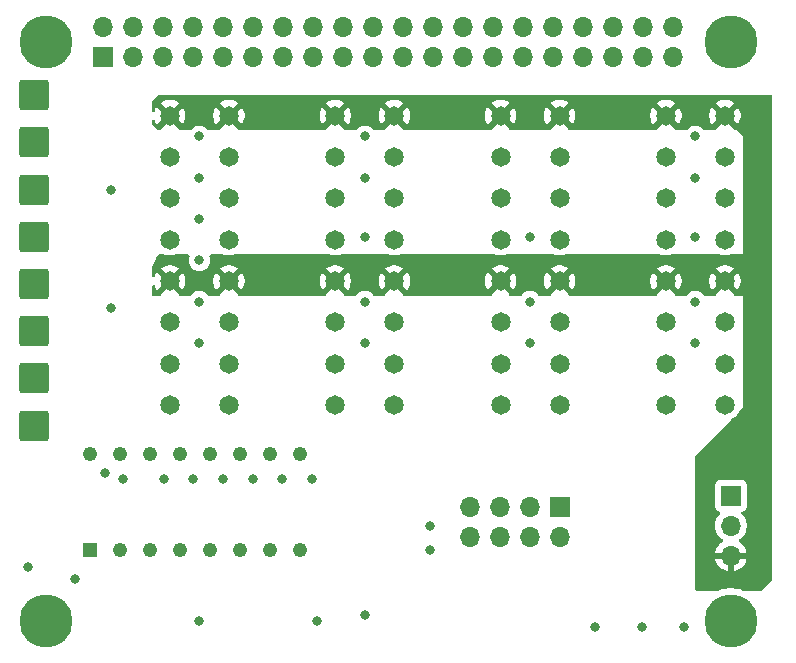
<source format=gbr>
%TF.GenerationSoftware,KiCad,Pcbnew,9.0.2*%
%TF.CreationDate,2025-05-28T22:42:43-04:00*%
%TF.ProjectId,DAQHat Rev A,44415148-6174-4205-9265-7620412e6b69,rev?*%
%TF.SameCoordinates,Original*%
%TF.FileFunction,Copper,L2,Inr*%
%TF.FilePolarity,Positive*%
%FSLAX46Y46*%
G04 Gerber Fmt 4.6, Leading zero omitted, Abs format (unit mm)*
G04 Created by KiCad (PCBNEW 9.0.2) date 2025-05-28 22:42:43*
%MOMM*%
%LPD*%
G01*
G04 APERTURE LIST*
G04 Aperture macros list*
%AMRoundRect*
0 Rectangle with rounded corners*
0 $1 Rounding radius*
0 $2 $3 $4 $5 $6 $7 $8 $9 X,Y pos of 4 corners*
0 Add a 4 corners polygon primitive as box body*
4,1,4,$2,$3,$4,$5,$6,$7,$8,$9,$2,$3,0*
0 Add four circle primitives for the rounded corners*
1,1,$1+$1,$2,$3*
1,1,$1+$1,$4,$5*
1,1,$1+$1,$6,$7*
1,1,$1+$1,$8,$9*
0 Add four rect primitives between the rounded corners*
20,1,$1+$1,$2,$3,$4,$5,0*
20,1,$1+$1,$4,$5,$6,$7,0*
20,1,$1+$1,$6,$7,$8,$9,0*
20,1,$1+$1,$8,$9,$2,$3,0*%
G04 Aperture macros list end*
%TA.AperFunction,ComponentPad*%
%ADD10R,1.700000X1.700000*%
%TD*%
%TA.AperFunction,ComponentPad*%
%ADD11O,1.700000X1.700000*%
%TD*%
%TA.AperFunction,ComponentPad*%
%ADD12C,1.650000*%
%TD*%
%TA.AperFunction,ComponentPad*%
%ADD13RoundRect,0.249999X-1.025001X-1.025001X1.025001X-1.025001X1.025001X1.025001X-1.025001X1.025001X0*%
%TD*%
%TA.AperFunction,ComponentPad*%
%ADD14C,4.500000*%
%TD*%
%TA.AperFunction,ComponentPad*%
%ADD15R,1.220000X1.220000*%
%TD*%
%TA.AperFunction,ComponentPad*%
%ADD16C,1.220000*%
%TD*%
%TA.AperFunction,ViaPad*%
%ADD17C,0.800000*%
%TD*%
G04 APERTURE END LIST*
D10*
%TO.N,GND*%
%TO.C,J4*%
X164000000Y-112800000D03*
D11*
%TO.N,/SCL*%
X164000000Y-115340000D03*
%TO.N,+5V*%
X161460000Y-112800000D03*
%TO.N,/SDA*%
X161460000Y-115340000D03*
%TO.N,+5V*%
X158920000Y-112800000D03*
%TO.N,/3V3*%
X158920000Y-115340000D03*
%TO.N,GND*%
X156380000Y-112800000D03*
X156380000Y-115340000D03*
%TD*%
D12*
%TO.N,+12V*%
%TO.C,J12*%
X150000000Y-79700000D03*
X145000000Y-79700000D03*
%TO.N,/CH2_Vin*%
X150000000Y-83200000D03*
X145000000Y-83200000D03*
%TO.N,/CH2*%
X150000000Y-86700000D03*
X145000000Y-86700000D03*
%TO.N,GND*%
X150000000Y-90200000D03*
X145000000Y-90200000D03*
%TO.N,+12V*%
X150000000Y-93700000D03*
X145000000Y-93700000D03*
%TO.N,/CH3_Vin*%
X150000000Y-97200000D03*
X145000000Y-97200000D03*
%TO.N,/CH3*%
X150000000Y-100700000D03*
X145000000Y-100700000D03*
%TO.N,GND*%
X150000000Y-104200000D03*
X145000000Y-104200000D03*
%TD*%
D13*
%TO.N,/CH6*%
%TO.C,J10*%
X119500000Y-101950000D03*
%TD*%
D12*
%TO.N,+12V*%
%TO.C,J13*%
X164000000Y-79700000D03*
X159000000Y-79700000D03*
%TO.N,/CH4_Vin*%
X164000000Y-83200000D03*
X159000000Y-83200000D03*
%TO.N,/CH4*%
X164000000Y-86700000D03*
X159000000Y-86700000D03*
%TO.N,GND*%
X164000000Y-90200000D03*
X159000000Y-90200000D03*
%TO.N,+12V*%
X164000000Y-93700000D03*
X159000000Y-93700000D03*
%TO.N,/CH5_Vin*%
X164000000Y-97200000D03*
X159000000Y-97200000D03*
%TO.N,/CH5*%
X164000000Y-100700000D03*
X159000000Y-100700000D03*
%TO.N,GND*%
X164000000Y-104200000D03*
X159000000Y-104200000D03*
%TD*%
D13*
%TO.N,/CH7*%
%TO.C,J15*%
X119500000Y-105950000D03*
%TD*%
%TO.N,/CH0*%
%TO.C,J3*%
X119500000Y-77950000D03*
%TD*%
%TO.N,/CH1*%
%TO.C,J5*%
X119500000Y-81950000D03*
%TD*%
%TO.N,/CH5*%
%TO.C,J9*%
X119500000Y-97950000D03*
%TD*%
D14*
%TO.N,N/C*%
%TO.C,H1*%
X178500000Y-73450000D03*
%TD*%
%TO.N,N/C*%
%TO.C,H4*%
X120500000Y-73450000D03*
%TD*%
%TO.N,N/C*%
%TO.C,H3*%
X120500000Y-122450000D03*
%TD*%
D12*
%TO.N,+12V*%
%TO.C,J11*%
X136000000Y-79700000D03*
X131000000Y-79700000D03*
%TO.N,/CH0_Vin*%
X136000000Y-83200000D03*
X131000000Y-83200000D03*
%TO.N,/CH0*%
X136000000Y-86700000D03*
X131000000Y-86700000D03*
%TO.N,GND*%
X136000000Y-90200000D03*
X131000000Y-90200000D03*
%TO.N,+12V*%
X136000000Y-93700000D03*
X131000000Y-93700000D03*
%TO.N,/CH1_Vin*%
X136000000Y-97200000D03*
X131000000Y-97200000D03*
%TO.N,/CH1*%
X136000000Y-100700000D03*
X131000000Y-100700000D03*
%TO.N,GND*%
X136000000Y-104200000D03*
X131000000Y-104200000D03*
%TD*%
D13*
%TO.N,/CH3*%
%TO.C,J7*%
X119500000Y-89950000D03*
%TD*%
D15*
%TO.N,Net-(R1-Pad1)*%
%TO.C,S1*%
X124260000Y-116450000D03*
D16*
%TO.N,/CH0*%
X124260000Y-108350000D03*
%TO.N,Net-(R2-Pad1)*%
X126800000Y-116450000D03*
%TO.N,/CH1*%
X126800000Y-108350000D03*
%TO.N,Net-(R3-Pad1)*%
X129340000Y-116450000D03*
%TO.N,/CH2*%
X129340000Y-108350000D03*
%TO.N,Net-(R4-Pad1)*%
X131880000Y-116450000D03*
%TO.N,/CH3*%
X131880000Y-108350000D03*
%TO.N,Net-(R5-Pad1)*%
X134420000Y-116450000D03*
%TO.N,/CH4*%
X134420000Y-108350000D03*
%TO.N,Net-(R6-Pad1)*%
X136960000Y-116450000D03*
%TO.N,/CH5*%
X136960000Y-108350000D03*
%TO.N,Net-(R9-Pad1)*%
X139500000Y-116450000D03*
%TO.N,/CH6*%
X139500000Y-108350000D03*
%TO.N,Net-(R16-Pad1)*%
X142040000Y-116450000D03*
%TO.N,/CH7*%
X142040000Y-108350000D03*
%TD*%
D13*
%TO.N,/CH4*%
%TO.C,J8*%
X119500000Y-93950000D03*
%TD*%
%TO.N,/CH2*%
%TO.C,J6*%
X119500000Y-85950000D03*
%TD*%
D12*
%TO.N,+12V*%
%TO.C,J14*%
X178000000Y-79700000D03*
X173000000Y-79700000D03*
%TO.N,/CH6_Vin*%
X178000000Y-83200000D03*
X173000000Y-83200000D03*
%TO.N,/CH6*%
X178000000Y-86700000D03*
X173000000Y-86700000D03*
%TO.N,GND*%
X178000000Y-90200000D03*
X173000000Y-90200000D03*
%TO.N,+12V*%
X178000000Y-93700000D03*
X173000000Y-93700000D03*
%TO.N,/CH7_Vin*%
X178000000Y-97200000D03*
X173000000Y-97200000D03*
%TO.N,/CH7*%
X178000000Y-100700000D03*
X173000000Y-100700000D03*
%TO.N,GND*%
X178000000Y-104200000D03*
X173000000Y-104200000D03*
%TD*%
D10*
%TO.N,+5V*%
%TO.C,J1*%
X178500000Y-111870000D03*
D11*
%TO.N,GND*%
X178500000Y-114410000D03*
%TO.N,+12V*%
X178500000Y-116950000D03*
%TD*%
D14*
%TO.N,N/C*%
%TO.C,H2*%
X178500000Y-122450000D03*
%TD*%
D10*
%TO.N,+3V3*%
%TO.C,J2*%
X125370000Y-74720000D03*
D11*
%TO.N,+5V*%
X125370000Y-72180000D03*
%TO.N,unconnected-(J2-Pin_3-Pad3)*%
X127910000Y-74720000D03*
%TO.N,+5V*%
X127910000Y-72180000D03*
%TO.N,unconnected-(J2-Pin_5-Pad5)*%
X130450000Y-74720000D03*
%TO.N,GND*%
X130450000Y-72180000D03*
%TO.N,unconnected-(J2-Pin_7-Pad7)*%
X132990000Y-74720000D03*
%TO.N,unconnected-(J2-Pin_8-Pad8)*%
X132990000Y-72180000D03*
%TO.N,GND*%
X135530000Y-74720000D03*
%TO.N,unconnected-(J2-Pin_10-Pad10)*%
X135530000Y-72180000D03*
%TO.N,unconnected-(J2-Pin_11-Pad11)*%
X138070000Y-74720000D03*
%TO.N,unconnected-(J2-Pin_12-Pad12)*%
X138070000Y-72180000D03*
%TO.N,unconnected-(J2-Pin_13-Pad13)*%
X140610000Y-74720000D03*
%TO.N,GND*%
X140610000Y-72180000D03*
%TO.N,unconnected-(J2-Pin_15-Pad15)*%
X143150000Y-74720000D03*
%TO.N,unconnected-(J2-Pin_16-Pad16)*%
X143150000Y-72180000D03*
%TO.N,unconnected-(J2-Pin_17-Pad17)*%
X145690000Y-74720000D03*
%TO.N,unconnected-(J2-Pin_18-Pad18)*%
X145690000Y-72180000D03*
%TO.N,unconnected-(J2-Pin_19-Pad19)*%
X148230000Y-74720000D03*
%TO.N,GND*%
X148230000Y-72180000D03*
%TO.N,unconnected-(J2-Pin_21-Pad21)*%
X150770000Y-74720000D03*
%TO.N,unconnected-(J2-Pin_22-Pad22)*%
X150770000Y-72180000D03*
%TO.N,unconnected-(J2-Pin_23-Pad23)*%
X153310000Y-74720000D03*
%TO.N,unconnected-(J2-Pin_24-Pad24)*%
X153310000Y-72180000D03*
%TO.N,GND*%
X155850000Y-74720000D03*
%TO.N,unconnected-(J2-Pin_26-Pad26)*%
X155850000Y-72180000D03*
%TO.N,unconnected-(J2-Pin_27-Pad27)*%
X158390000Y-74720000D03*
%TO.N,unconnected-(J2-Pin_28-Pad28)*%
X158390000Y-72180000D03*
%TO.N,unconnected-(J2-Pin_29-Pad29)*%
X160930000Y-74720000D03*
%TO.N,GND*%
X160930000Y-72180000D03*
%TO.N,unconnected-(J2-Pin_31-Pad31)*%
X163470000Y-74720000D03*
%TO.N,unconnected-(J2-Pin_32-Pad32)*%
X163470000Y-72180000D03*
%TO.N,unconnected-(J2-Pin_33-Pad33)*%
X166010000Y-74720000D03*
%TO.N,GND*%
X166010000Y-72180000D03*
%TO.N,unconnected-(J2-Pin_35-Pad35)*%
X168550000Y-74720000D03*
%TO.N,unconnected-(J2-Pin_36-Pad36)*%
X168550000Y-72180000D03*
%TO.N,unconnected-(J2-Pin_37-Pad37)*%
X171090000Y-74720000D03*
%TO.N,unconnected-(J2-Pin_38-Pad38)*%
X171090000Y-72180000D03*
%TO.N,GND*%
X173630000Y-74720000D03*
%TO.N,unconnected-(J2-Pin_40-Pad40)*%
X173630000Y-72180000D03*
%TD*%
D17*
%TO.N,GND*%
X138000000Y-110450000D03*
X125500000Y-109950000D03*
X126000000Y-95950000D03*
X140500000Y-110450000D03*
X143000000Y-110450000D03*
X153000000Y-114450000D03*
X161500000Y-95450000D03*
X126000000Y-85950000D03*
X133500000Y-88450000D03*
X161500000Y-98950000D03*
X174500000Y-122950000D03*
X175500000Y-95450000D03*
X175500000Y-81450000D03*
X161500000Y-89950000D03*
X133500000Y-122450000D03*
X127000000Y-110450000D03*
X147500000Y-121950000D03*
X147500000Y-84950000D03*
X130500000Y-110450000D03*
X133500000Y-84950000D03*
X143500000Y-122450000D03*
X133500000Y-91950000D03*
X171000000Y-122950000D03*
X135500000Y-110450000D03*
X175500000Y-84950000D03*
X153000000Y-116450000D03*
X147500000Y-95450000D03*
X133500000Y-98950000D03*
X123000000Y-118950000D03*
X147500000Y-98950000D03*
X147500000Y-89950000D03*
X175500000Y-98950000D03*
X167000000Y-122950000D03*
X133500000Y-95450000D03*
X175500000Y-89950000D03*
X133000000Y-110450000D03*
X147500000Y-81450000D03*
X119000000Y-117950000D03*
X133500000Y-81450000D03*
%TD*%
%TA.AperFunction,Conductor*%
%TO.N,+12V*%
G36*
X181942539Y-77969685D02*
G01*
X181988294Y-78022489D01*
X181999500Y-78074000D01*
X181999500Y-118899138D01*
X181979815Y-118966177D01*
X181963181Y-118986819D01*
X181036319Y-119913681D01*
X180974996Y-119947166D01*
X180948638Y-119950000D01*
X179676255Y-119950000D01*
X179622453Y-119937720D01*
X179554236Y-119904868D01*
X179554222Y-119904862D01*
X179262647Y-119802835D01*
X179262635Y-119802831D01*
X178961455Y-119734089D01*
X178961437Y-119734086D01*
X178654471Y-119699500D01*
X178654465Y-119699500D01*
X178345535Y-119699500D01*
X178345528Y-119699500D01*
X178038562Y-119734086D01*
X178038544Y-119734089D01*
X177737364Y-119802831D01*
X177737352Y-119802835D01*
X177445777Y-119904862D01*
X177445763Y-119904868D01*
X177377547Y-119937720D01*
X177323745Y-119950000D01*
X175624000Y-119950000D01*
X175556961Y-119930315D01*
X175511206Y-119877511D01*
X175500000Y-119826000D01*
X175500000Y-110972135D01*
X177149500Y-110972135D01*
X177149500Y-112767870D01*
X177149501Y-112767876D01*
X177155908Y-112827483D01*
X177206202Y-112962328D01*
X177206206Y-112962335D01*
X177292452Y-113077544D01*
X177292455Y-113077547D01*
X177407664Y-113163793D01*
X177407671Y-113163797D01*
X177539082Y-113212810D01*
X177595016Y-113254681D01*
X177619433Y-113320145D01*
X177604582Y-113388418D01*
X177583431Y-113416673D01*
X177469889Y-113530215D01*
X177344951Y-113702179D01*
X177248444Y-113891585D01*
X177182753Y-114093760D01*
X177149500Y-114303713D01*
X177149500Y-114516287D01*
X177159534Y-114579644D01*
X177180603Y-114712666D01*
X177182754Y-114726243D01*
X177232176Y-114878349D01*
X177248444Y-114928414D01*
X177344951Y-115117820D01*
X177469890Y-115289786D01*
X177620213Y-115440109D01*
X177792179Y-115565048D01*
X177792181Y-115565049D01*
X177792184Y-115565051D01*
X177801493Y-115569794D01*
X177852290Y-115617766D01*
X177869087Y-115685587D01*
X177846552Y-115751722D01*
X177801502Y-115790762D01*
X177792443Y-115795378D01*
X177620540Y-115920272D01*
X177620535Y-115920276D01*
X177470276Y-116070535D01*
X177470272Y-116070540D01*
X177345379Y-116242442D01*
X177248904Y-116431782D01*
X177183242Y-116633870D01*
X177183242Y-116633873D01*
X177172769Y-116700000D01*
X178066988Y-116700000D01*
X178034075Y-116757007D01*
X178000000Y-116884174D01*
X178000000Y-117015826D01*
X178034075Y-117142993D01*
X178066988Y-117200000D01*
X177172769Y-117200000D01*
X177183242Y-117266126D01*
X177183242Y-117266129D01*
X177248904Y-117468217D01*
X177345379Y-117657557D01*
X177470272Y-117829459D01*
X177470276Y-117829464D01*
X177620535Y-117979723D01*
X177620540Y-117979727D01*
X177792442Y-118104620D01*
X177981782Y-118201095D01*
X178183871Y-118266757D01*
X178250000Y-118277231D01*
X178250000Y-117383012D01*
X178307007Y-117415925D01*
X178434174Y-117450000D01*
X178565826Y-117450000D01*
X178692993Y-117415925D01*
X178750000Y-117383012D01*
X178750000Y-118277230D01*
X178816126Y-118266757D01*
X178816129Y-118266757D01*
X179018217Y-118201095D01*
X179207557Y-118104620D01*
X179379459Y-117979727D01*
X179379464Y-117979723D01*
X179529723Y-117829464D01*
X179529727Y-117829459D01*
X179654620Y-117657557D01*
X179751095Y-117468217D01*
X179816757Y-117266129D01*
X179816757Y-117266126D01*
X179827231Y-117200000D01*
X178933012Y-117200000D01*
X178965925Y-117142993D01*
X179000000Y-117015826D01*
X179000000Y-116884174D01*
X178965925Y-116757007D01*
X178933012Y-116700000D01*
X179827231Y-116700000D01*
X179816757Y-116633873D01*
X179816757Y-116633870D01*
X179751095Y-116431782D01*
X179654620Y-116242442D01*
X179529727Y-116070540D01*
X179529723Y-116070535D01*
X179379464Y-115920276D01*
X179379459Y-115920272D01*
X179207555Y-115795377D01*
X179198500Y-115790763D01*
X179147706Y-115742788D01*
X179130912Y-115674966D01*
X179153451Y-115608832D01*
X179198508Y-115569793D01*
X179207816Y-115565051D01*
X179297056Y-115500215D01*
X179379786Y-115440109D01*
X179379788Y-115440106D01*
X179379792Y-115440104D01*
X179530104Y-115289792D01*
X179530106Y-115289788D01*
X179530109Y-115289786D01*
X179655048Y-115117820D01*
X179655047Y-115117820D01*
X179655051Y-115117816D01*
X179751557Y-114928412D01*
X179817246Y-114726243D01*
X179850500Y-114516287D01*
X179850500Y-114303713D01*
X179817246Y-114093757D01*
X179751557Y-113891588D01*
X179655051Y-113702184D01*
X179655049Y-113702181D01*
X179655048Y-113702179D01*
X179530109Y-113530213D01*
X179416569Y-113416673D01*
X179383084Y-113355350D01*
X179388068Y-113285658D01*
X179429940Y-113229725D01*
X179460915Y-113212810D01*
X179592331Y-113163796D01*
X179707546Y-113077546D01*
X179793796Y-112962331D01*
X179844091Y-112827483D01*
X179850500Y-112767873D01*
X179850499Y-110972128D01*
X179844091Y-110912517D01*
X179793796Y-110777669D01*
X179793795Y-110777668D01*
X179793793Y-110777664D01*
X179707547Y-110662455D01*
X179707544Y-110662452D01*
X179592335Y-110576206D01*
X179592328Y-110576202D01*
X179457482Y-110525908D01*
X179457483Y-110525908D01*
X179397883Y-110519501D01*
X179397881Y-110519500D01*
X179397873Y-110519500D01*
X179397864Y-110519500D01*
X177602129Y-110519500D01*
X177602123Y-110519501D01*
X177542516Y-110525908D01*
X177407671Y-110576202D01*
X177407664Y-110576206D01*
X177292455Y-110662452D01*
X177292452Y-110662455D01*
X177206206Y-110777664D01*
X177206202Y-110777671D01*
X177155908Y-110912517D01*
X177149501Y-110972116D01*
X177149501Y-110972123D01*
X177149500Y-110972135D01*
X175500000Y-110972135D01*
X175500000Y-108501362D01*
X175519685Y-108434323D01*
X175536319Y-108413681D01*
X177000000Y-106950000D01*
X178500001Y-105450000D01*
X178510506Y-105439494D01*
X178521014Y-105428985D01*
X178552397Y-105406183D01*
X178694714Y-105333670D01*
X178863505Y-105211035D01*
X179011035Y-105063505D01*
X179133670Y-104894714D01*
X179206185Y-104752394D01*
X179228976Y-104721023D01*
X179500000Y-104450000D01*
X179500000Y-95950000D01*
X179500000Y-94950000D01*
X178865949Y-94950000D01*
X178798910Y-94930315D01*
X178753155Y-94877511D01*
X178742331Y-94816272D01*
X178743818Y-94797371D01*
X178170234Y-94223787D01*
X178212292Y-94212518D01*
X178337708Y-94140110D01*
X178440110Y-94037708D01*
X178512518Y-93912292D01*
X178523787Y-93870234D01*
X179097371Y-94443818D01*
X179097372Y-94443818D01*
X179133240Y-94394451D01*
X179227924Y-94208627D01*
X179292373Y-94010272D01*
X179325000Y-93804279D01*
X179325000Y-93595720D01*
X179292373Y-93389727D01*
X179227924Y-93191372D01*
X179133244Y-93005556D01*
X179133236Y-93005543D01*
X179097372Y-92956180D01*
X179097371Y-92956179D01*
X178523787Y-93529764D01*
X178512518Y-93487708D01*
X178440110Y-93362292D01*
X178337708Y-93259890D01*
X178212292Y-93187482D01*
X178170233Y-93176212D01*
X178743819Y-92602627D01*
X178694451Y-92566759D01*
X178508627Y-92472075D01*
X178310272Y-92407626D01*
X178104279Y-92375000D01*
X177895721Y-92375000D01*
X177689727Y-92407626D01*
X177491372Y-92472075D01*
X177305552Y-92566757D01*
X177256180Y-92602627D01*
X177829766Y-93176212D01*
X177787708Y-93187482D01*
X177662292Y-93259890D01*
X177559890Y-93362292D01*
X177487482Y-93487708D01*
X177476212Y-93529765D01*
X176902627Y-92956180D01*
X176866757Y-93005552D01*
X176772075Y-93191372D01*
X176707626Y-93389727D01*
X176675000Y-93595720D01*
X176675000Y-93804279D01*
X176707626Y-94010272D01*
X176772075Y-94208627D01*
X176866759Y-94394451D01*
X176902627Y-94443818D01*
X176902627Y-94443819D01*
X177476212Y-93870234D01*
X177487482Y-93912292D01*
X177559890Y-94037708D01*
X177662292Y-94140110D01*
X177787708Y-94212518D01*
X177829765Y-94223787D01*
X177256179Y-94797371D01*
X177257667Y-94816272D01*
X177243302Y-94884649D01*
X177194251Y-94934406D01*
X177134049Y-94950000D01*
X176315212Y-94950000D01*
X176248173Y-94930315D01*
X176212109Y-94894890D01*
X176205266Y-94884649D01*
X176199464Y-94875965D01*
X176199462Y-94875962D01*
X176074038Y-94750538D01*
X176074034Y-94750535D01*
X175926553Y-94651990D01*
X175926540Y-94651983D01*
X175762667Y-94584106D01*
X175762658Y-94584103D01*
X175588694Y-94549500D01*
X175588691Y-94549500D01*
X175411309Y-94549500D01*
X175411306Y-94549500D01*
X175237341Y-94584103D01*
X175237332Y-94584106D01*
X175073459Y-94651983D01*
X175073446Y-94651990D01*
X174925965Y-94750535D01*
X174925961Y-94750538D01*
X174800537Y-94875962D01*
X174787891Y-94894890D01*
X174734279Y-94939695D01*
X174684788Y-94950000D01*
X173865949Y-94950000D01*
X173798910Y-94930315D01*
X173753155Y-94877511D01*
X173742331Y-94816272D01*
X173743818Y-94797371D01*
X173170234Y-94223787D01*
X173212292Y-94212518D01*
X173337708Y-94140110D01*
X173440110Y-94037708D01*
X173512518Y-93912292D01*
X173523787Y-93870234D01*
X174097371Y-94443818D01*
X174097372Y-94443818D01*
X174133240Y-94394451D01*
X174227924Y-94208627D01*
X174292373Y-94010272D01*
X174325000Y-93804279D01*
X174325000Y-93595720D01*
X174292373Y-93389727D01*
X174227924Y-93191372D01*
X174133244Y-93005556D01*
X174133236Y-93005543D01*
X174097372Y-92956180D01*
X174097371Y-92956179D01*
X173523787Y-93529764D01*
X173512518Y-93487708D01*
X173440110Y-93362292D01*
X173337708Y-93259890D01*
X173212292Y-93187482D01*
X173170233Y-93176212D01*
X173743819Y-92602627D01*
X173694451Y-92566759D01*
X173508627Y-92472075D01*
X173310272Y-92407626D01*
X173104279Y-92375000D01*
X172895721Y-92375000D01*
X172689727Y-92407626D01*
X172491372Y-92472075D01*
X172305552Y-92566757D01*
X172256180Y-92602627D01*
X172829766Y-93176212D01*
X172787708Y-93187482D01*
X172662292Y-93259890D01*
X172559890Y-93362292D01*
X172487482Y-93487708D01*
X172476212Y-93529765D01*
X171902627Y-92956180D01*
X171866757Y-93005552D01*
X171772075Y-93191372D01*
X171707626Y-93389727D01*
X171675000Y-93595720D01*
X171675000Y-93804279D01*
X171707626Y-94010272D01*
X171772075Y-94208627D01*
X171866759Y-94394451D01*
X171902627Y-94443818D01*
X171902627Y-94443819D01*
X172476212Y-93870234D01*
X172487482Y-93912292D01*
X172559890Y-94037708D01*
X172662292Y-94140110D01*
X172787708Y-94212518D01*
X172829765Y-94223787D01*
X172256179Y-94797371D01*
X172257667Y-94816272D01*
X172243302Y-94884649D01*
X172194251Y-94934406D01*
X172134049Y-94950000D01*
X164865949Y-94950000D01*
X164798910Y-94930315D01*
X164753155Y-94877511D01*
X164742331Y-94816272D01*
X164743818Y-94797371D01*
X164170234Y-94223787D01*
X164212292Y-94212518D01*
X164337708Y-94140110D01*
X164440110Y-94037708D01*
X164512518Y-93912292D01*
X164523787Y-93870234D01*
X165097371Y-94443818D01*
X165097372Y-94443818D01*
X165133240Y-94394451D01*
X165227924Y-94208627D01*
X165292373Y-94010272D01*
X165325000Y-93804279D01*
X165325000Y-93595720D01*
X165292373Y-93389727D01*
X165227924Y-93191372D01*
X165133244Y-93005556D01*
X165133236Y-93005543D01*
X165097372Y-92956180D01*
X165097371Y-92956179D01*
X164523787Y-93529764D01*
X164512518Y-93487708D01*
X164440110Y-93362292D01*
X164337708Y-93259890D01*
X164212292Y-93187482D01*
X164170233Y-93176212D01*
X164743819Y-92602627D01*
X164694451Y-92566759D01*
X164508627Y-92472075D01*
X164310272Y-92407626D01*
X164104279Y-92375000D01*
X163895721Y-92375000D01*
X163689727Y-92407626D01*
X163491372Y-92472075D01*
X163305552Y-92566757D01*
X163256180Y-92602627D01*
X163829766Y-93176212D01*
X163787708Y-93187482D01*
X163662292Y-93259890D01*
X163559890Y-93362292D01*
X163487482Y-93487708D01*
X163476212Y-93529765D01*
X162902627Y-92956180D01*
X162866757Y-93005552D01*
X162772075Y-93191372D01*
X162707626Y-93389727D01*
X162675000Y-93595720D01*
X162675000Y-93804279D01*
X162707626Y-94010272D01*
X162772075Y-94208627D01*
X162866759Y-94394451D01*
X162902627Y-94443818D01*
X162902627Y-94443819D01*
X163476212Y-93870234D01*
X163487482Y-93912292D01*
X163559890Y-94037708D01*
X163662292Y-94140110D01*
X163787708Y-94212518D01*
X163829765Y-94223787D01*
X163256179Y-94797371D01*
X163257667Y-94816272D01*
X163243302Y-94884649D01*
X163194251Y-94934406D01*
X163134049Y-94950000D01*
X162315212Y-94950000D01*
X162248173Y-94930315D01*
X162212109Y-94894890D01*
X162205266Y-94884649D01*
X162199464Y-94875965D01*
X162199462Y-94875962D01*
X162074038Y-94750538D01*
X162074034Y-94750535D01*
X161926553Y-94651990D01*
X161926540Y-94651983D01*
X161762667Y-94584106D01*
X161762658Y-94584103D01*
X161588694Y-94549500D01*
X161588691Y-94549500D01*
X161411309Y-94549500D01*
X161411306Y-94549500D01*
X161237341Y-94584103D01*
X161237332Y-94584106D01*
X161073459Y-94651983D01*
X161073446Y-94651990D01*
X160925965Y-94750535D01*
X160925961Y-94750538D01*
X160800537Y-94875962D01*
X160787891Y-94894890D01*
X160734279Y-94939695D01*
X160684788Y-94950000D01*
X159865949Y-94950000D01*
X159798910Y-94930315D01*
X159753155Y-94877511D01*
X159742331Y-94816272D01*
X159743818Y-94797371D01*
X159170234Y-94223787D01*
X159212292Y-94212518D01*
X159337708Y-94140110D01*
X159440110Y-94037708D01*
X159512518Y-93912292D01*
X159523787Y-93870234D01*
X160097371Y-94443818D01*
X160097372Y-94443818D01*
X160133240Y-94394451D01*
X160227924Y-94208627D01*
X160292373Y-94010272D01*
X160325000Y-93804279D01*
X160325000Y-93595720D01*
X160292373Y-93389727D01*
X160227924Y-93191372D01*
X160133244Y-93005556D01*
X160133236Y-93005543D01*
X160097372Y-92956180D01*
X160097371Y-92956179D01*
X159523787Y-93529764D01*
X159512518Y-93487708D01*
X159440110Y-93362292D01*
X159337708Y-93259890D01*
X159212292Y-93187482D01*
X159170233Y-93176212D01*
X159743819Y-92602627D01*
X159694451Y-92566759D01*
X159508627Y-92472075D01*
X159310272Y-92407626D01*
X159104279Y-92375000D01*
X158895721Y-92375000D01*
X158689727Y-92407626D01*
X158491372Y-92472075D01*
X158305552Y-92566757D01*
X158256180Y-92602627D01*
X158829766Y-93176212D01*
X158787708Y-93187482D01*
X158662292Y-93259890D01*
X158559890Y-93362292D01*
X158487482Y-93487708D01*
X158476212Y-93529765D01*
X157902627Y-92956180D01*
X157866757Y-93005552D01*
X157772075Y-93191372D01*
X157707626Y-93389727D01*
X157675000Y-93595720D01*
X157675000Y-93804279D01*
X157707626Y-94010272D01*
X157772075Y-94208627D01*
X157866759Y-94394451D01*
X157902627Y-94443818D01*
X157902627Y-94443819D01*
X158476212Y-93870234D01*
X158487482Y-93912292D01*
X158559890Y-94037708D01*
X158662292Y-94140110D01*
X158787708Y-94212518D01*
X158829765Y-94223787D01*
X158256179Y-94797371D01*
X158257667Y-94816272D01*
X158243302Y-94884649D01*
X158194251Y-94934406D01*
X158134049Y-94950000D01*
X150865949Y-94950000D01*
X150798910Y-94930315D01*
X150753155Y-94877511D01*
X150742331Y-94816272D01*
X150743818Y-94797371D01*
X150170234Y-94223787D01*
X150212292Y-94212518D01*
X150337708Y-94140110D01*
X150440110Y-94037708D01*
X150512518Y-93912292D01*
X150523787Y-93870234D01*
X151097371Y-94443818D01*
X151097372Y-94443818D01*
X151133240Y-94394451D01*
X151227924Y-94208627D01*
X151292373Y-94010272D01*
X151325000Y-93804279D01*
X151325000Y-93595720D01*
X151292373Y-93389727D01*
X151227924Y-93191372D01*
X151133244Y-93005556D01*
X151133236Y-93005543D01*
X151097372Y-92956180D01*
X151097371Y-92956179D01*
X150523787Y-93529764D01*
X150512518Y-93487708D01*
X150440110Y-93362292D01*
X150337708Y-93259890D01*
X150212292Y-93187482D01*
X150170233Y-93176212D01*
X150743819Y-92602627D01*
X150694451Y-92566759D01*
X150508627Y-92472075D01*
X150310272Y-92407626D01*
X150104279Y-92375000D01*
X149895721Y-92375000D01*
X149689727Y-92407626D01*
X149491372Y-92472075D01*
X149305552Y-92566757D01*
X149256180Y-92602627D01*
X149829766Y-93176212D01*
X149787708Y-93187482D01*
X149662292Y-93259890D01*
X149559890Y-93362292D01*
X149487482Y-93487708D01*
X149476212Y-93529765D01*
X148902627Y-92956180D01*
X148866757Y-93005552D01*
X148772075Y-93191372D01*
X148707626Y-93389727D01*
X148675000Y-93595720D01*
X148675000Y-93804279D01*
X148707626Y-94010272D01*
X148772075Y-94208627D01*
X148866759Y-94394451D01*
X148902627Y-94443818D01*
X148902627Y-94443819D01*
X149476212Y-93870234D01*
X149487482Y-93912292D01*
X149559890Y-94037708D01*
X149662292Y-94140110D01*
X149787708Y-94212518D01*
X149829765Y-94223787D01*
X149256179Y-94797371D01*
X149257667Y-94816272D01*
X149243302Y-94884649D01*
X149194251Y-94934406D01*
X149134049Y-94950000D01*
X148315212Y-94950000D01*
X148248173Y-94930315D01*
X148212109Y-94894890D01*
X148205266Y-94884649D01*
X148199464Y-94875965D01*
X148199462Y-94875962D01*
X148074038Y-94750538D01*
X148074034Y-94750535D01*
X147926553Y-94651990D01*
X147926540Y-94651983D01*
X147762667Y-94584106D01*
X147762658Y-94584103D01*
X147588694Y-94549500D01*
X147588691Y-94549500D01*
X147411309Y-94549500D01*
X147411306Y-94549500D01*
X147237341Y-94584103D01*
X147237332Y-94584106D01*
X147073459Y-94651983D01*
X147073446Y-94651990D01*
X146925965Y-94750535D01*
X146925961Y-94750538D01*
X146800537Y-94875962D01*
X146787891Y-94894890D01*
X146734279Y-94939695D01*
X146684788Y-94950000D01*
X145865949Y-94950000D01*
X145798910Y-94930315D01*
X145753155Y-94877511D01*
X145742331Y-94816272D01*
X145743818Y-94797371D01*
X145170234Y-94223787D01*
X145212292Y-94212518D01*
X145337708Y-94140110D01*
X145440110Y-94037708D01*
X145512518Y-93912292D01*
X145523787Y-93870234D01*
X146097371Y-94443818D01*
X146097372Y-94443818D01*
X146133240Y-94394451D01*
X146227924Y-94208627D01*
X146292373Y-94010272D01*
X146325000Y-93804279D01*
X146325000Y-93595720D01*
X146292373Y-93389727D01*
X146227924Y-93191372D01*
X146133244Y-93005556D01*
X146133236Y-93005543D01*
X146097372Y-92956180D01*
X146097371Y-92956179D01*
X145523787Y-93529764D01*
X145512518Y-93487708D01*
X145440110Y-93362292D01*
X145337708Y-93259890D01*
X145212292Y-93187482D01*
X145170233Y-93176212D01*
X145743819Y-92602627D01*
X145694451Y-92566759D01*
X145508627Y-92472075D01*
X145310272Y-92407626D01*
X145104279Y-92375000D01*
X144895721Y-92375000D01*
X144689727Y-92407626D01*
X144491372Y-92472075D01*
X144305552Y-92566757D01*
X144256180Y-92602627D01*
X144829766Y-93176212D01*
X144787708Y-93187482D01*
X144662292Y-93259890D01*
X144559890Y-93362292D01*
X144487482Y-93487708D01*
X144476212Y-93529765D01*
X143902627Y-92956180D01*
X143866757Y-93005552D01*
X143772075Y-93191372D01*
X143707626Y-93389727D01*
X143675000Y-93595720D01*
X143675000Y-93804279D01*
X143707626Y-94010272D01*
X143772075Y-94208627D01*
X143866759Y-94394451D01*
X143902627Y-94443818D01*
X143902627Y-94443819D01*
X144476212Y-93870234D01*
X144487482Y-93912292D01*
X144559890Y-94037708D01*
X144662292Y-94140110D01*
X144787708Y-94212518D01*
X144829765Y-94223787D01*
X144256179Y-94797371D01*
X144257667Y-94816272D01*
X144243302Y-94884649D01*
X144194251Y-94934406D01*
X144134049Y-94950000D01*
X136865949Y-94950000D01*
X136798910Y-94930315D01*
X136753155Y-94877511D01*
X136742331Y-94816272D01*
X136743818Y-94797371D01*
X136170234Y-94223787D01*
X136212292Y-94212518D01*
X136337708Y-94140110D01*
X136440110Y-94037708D01*
X136512518Y-93912292D01*
X136523787Y-93870234D01*
X137097371Y-94443818D01*
X137097372Y-94443818D01*
X137133240Y-94394451D01*
X137227924Y-94208627D01*
X137292373Y-94010272D01*
X137325000Y-93804279D01*
X137325000Y-93595720D01*
X137292373Y-93389727D01*
X137227924Y-93191372D01*
X137133244Y-93005556D01*
X137133236Y-93005543D01*
X137097372Y-92956180D01*
X137097371Y-92956179D01*
X136523787Y-93529764D01*
X136512518Y-93487708D01*
X136440110Y-93362292D01*
X136337708Y-93259890D01*
X136212292Y-93187482D01*
X136170233Y-93176212D01*
X136743819Y-92602627D01*
X136694451Y-92566759D01*
X136508627Y-92472075D01*
X136310272Y-92407626D01*
X136104279Y-92375000D01*
X135895721Y-92375000D01*
X135689727Y-92407626D01*
X135491372Y-92472075D01*
X135305552Y-92566757D01*
X135256180Y-92602627D01*
X135829766Y-93176212D01*
X135787708Y-93187482D01*
X135662292Y-93259890D01*
X135559890Y-93362292D01*
X135487482Y-93487708D01*
X135476212Y-93529765D01*
X134902627Y-92956180D01*
X134866757Y-93005552D01*
X134772075Y-93191372D01*
X134707626Y-93389727D01*
X134675000Y-93595720D01*
X134675000Y-93804279D01*
X134707626Y-94010272D01*
X134772075Y-94208627D01*
X134866759Y-94394451D01*
X134902627Y-94443818D01*
X134902627Y-94443819D01*
X135476212Y-93870234D01*
X135487482Y-93912292D01*
X135559890Y-94037708D01*
X135662292Y-94140110D01*
X135787708Y-94212518D01*
X135829765Y-94223787D01*
X135256179Y-94797371D01*
X135257667Y-94816272D01*
X135243302Y-94884649D01*
X135194251Y-94934406D01*
X135134049Y-94950000D01*
X134315212Y-94950000D01*
X134248173Y-94930315D01*
X134212109Y-94894890D01*
X134205266Y-94884649D01*
X134199464Y-94875965D01*
X134199462Y-94875962D01*
X134074038Y-94750538D01*
X134074034Y-94750535D01*
X133926553Y-94651990D01*
X133926540Y-94651983D01*
X133762667Y-94584106D01*
X133762658Y-94584103D01*
X133588694Y-94549500D01*
X133588691Y-94549500D01*
X133411309Y-94549500D01*
X133411306Y-94549500D01*
X133237341Y-94584103D01*
X133237332Y-94584106D01*
X133073459Y-94651983D01*
X133073446Y-94651990D01*
X132925965Y-94750535D01*
X132925961Y-94750538D01*
X132800537Y-94875962D01*
X132787891Y-94894890D01*
X132734279Y-94939695D01*
X132684788Y-94950000D01*
X131865949Y-94950000D01*
X131798910Y-94930315D01*
X131753155Y-94877511D01*
X131742331Y-94816272D01*
X131743818Y-94797371D01*
X131170234Y-94223787D01*
X131212292Y-94212518D01*
X131337708Y-94140110D01*
X131440110Y-94037708D01*
X131512518Y-93912292D01*
X131523787Y-93870234D01*
X132097371Y-94443818D01*
X132097372Y-94443818D01*
X132133240Y-94394451D01*
X132227924Y-94208627D01*
X132292373Y-94010272D01*
X132325000Y-93804279D01*
X132325000Y-93595720D01*
X132292373Y-93389727D01*
X132227924Y-93191372D01*
X132133244Y-93005556D01*
X132133236Y-93005543D01*
X132097372Y-92956180D01*
X132097371Y-92956179D01*
X131523787Y-93529764D01*
X131512518Y-93487708D01*
X131440110Y-93362292D01*
X131337708Y-93259890D01*
X131212292Y-93187482D01*
X131170233Y-93176212D01*
X131743819Y-92602627D01*
X131694451Y-92566759D01*
X131508627Y-92472075D01*
X131310272Y-92407626D01*
X131104279Y-92375000D01*
X130895721Y-92375000D01*
X130689727Y-92407626D01*
X130491372Y-92472075D01*
X130305552Y-92566757D01*
X130256180Y-92602627D01*
X130829766Y-93176212D01*
X130787708Y-93187482D01*
X130662292Y-93259890D01*
X130559890Y-93362292D01*
X130487482Y-93487708D01*
X130476212Y-93529765D01*
X129902627Y-92956180D01*
X129866757Y-93005552D01*
X129772075Y-93191372D01*
X129741931Y-93284148D01*
X129702493Y-93341823D01*
X129638134Y-93369021D01*
X129569288Y-93357106D01*
X129517812Y-93309862D01*
X129500000Y-93245829D01*
X129500000Y-92479272D01*
X129513091Y-92423818D01*
X129536724Y-92376553D01*
X129618667Y-92212667D01*
X129705654Y-92038693D01*
X129929177Y-91591647D01*
X129963756Y-91522489D01*
X129965727Y-91518546D01*
X130013314Y-91467387D01*
X130076636Y-91450000D01*
X130538056Y-91450000D01*
X130576373Y-91456068D01*
X130618280Y-91469685D01*
X130689610Y-91492862D01*
X130895676Y-91525500D01*
X130895681Y-91525500D01*
X131104324Y-91525500D01*
X131310389Y-91492862D01*
X131381720Y-91469685D01*
X131423626Y-91456068D01*
X131461944Y-91450000D01*
X132546834Y-91450000D01*
X132613873Y-91469685D01*
X132659628Y-91522489D01*
X132669572Y-91591647D01*
X132661395Y-91621452D01*
X132634106Y-91687332D01*
X132634103Y-91687341D01*
X132599500Y-91861304D01*
X132599500Y-92038695D01*
X132634103Y-92212658D01*
X132634106Y-92212667D01*
X132701983Y-92376540D01*
X132701990Y-92376553D01*
X132800535Y-92524034D01*
X132800538Y-92524038D01*
X132925961Y-92649461D01*
X132925965Y-92649464D01*
X133073446Y-92748009D01*
X133073459Y-92748016D01*
X133196363Y-92798923D01*
X133237334Y-92815894D01*
X133237336Y-92815894D01*
X133237341Y-92815896D01*
X133411304Y-92850499D01*
X133411307Y-92850500D01*
X133411309Y-92850500D01*
X133588693Y-92850500D01*
X133588694Y-92850499D01*
X133646682Y-92838964D01*
X133762658Y-92815896D01*
X133762661Y-92815894D01*
X133762666Y-92815894D01*
X133926547Y-92748013D01*
X134074035Y-92649464D01*
X134074038Y-92649461D01*
X134161295Y-92562205D01*
X134199461Y-92524038D01*
X134199464Y-92524035D01*
X134298013Y-92376547D01*
X134365894Y-92212666D01*
X134400500Y-92038691D01*
X134400500Y-91861309D01*
X134400500Y-91861306D01*
X134400499Y-91861304D01*
X134365896Y-91687341D01*
X134365893Y-91687332D01*
X134338605Y-91621452D01*
X134331136Y-91551983D01*
X134362411Y-91489504D01*
X134422501Y-91453852D01*
X134453166Y-91450000D01*
X135538056Y-91450000D01*
X135576373Y-91456068D01*
X135618280Y-91469685D01*
X135689610Y-91492862D01*
X135895676Y-91525500D01*
X135895681Y-91525500D01*
X136104324Y-91525500D01*
X136310389Y-91492862D01*
X136381720Y-91469685D01*
X136423626Y-91456068D01*
X136461944Y-91450000D01*
X144538056Y-91450000D01*
X144576373Y-91456068D01*
X144618280Y-91469685D01*
X144689610Y-91492862D01*
X144895676Y-91525500D01*
X144895681Y-91525500D01*
X145104324Y-91525500D01*
X145310389Y-91492862D01*
X145381720Y-91469685D01*
X145423626Y-91456068D01*
X145461944Y-91450000D01*
X149538056Y-91450000D01*
X149576373Y-91456068D01*
X149618280Y-91469685D01*
X149689610Y-91492862D01*
X149895676Y-91525500D01*
X149895681Y-91525500D01*
X150104324Y-91525500D01*
X150310389Y-91492862D01*
X150381720Y-91469685D01*
X150423626Y-91456068D01*
X150461944Y-91450000D01*
X158538056Y-91450000D01*
X158576373Y-91456068D01*
X158618280Y-91469685D01*
X158689610Y-91492862D01*
X158895676Y-91525500D01*
X158895681Y-91525500D01*
X159104324Y-91525500D01*
X159310389Y-91492862D01*
X159381720Y-91469685D01*
X159423626Y-91456068D01*
X159461944Y-91450000D01*
X163538056Y-91450000D01*
X163576373Y-91456068D01*
X163618280Y-91469685D01*
X163689610Y-91492862D01*
X163895676Y-91525500D01*
X163895681Y-91525500D01*
X164104324Y-91525500D01*
X164310389Y-91492862D01*
X164381720Y-91469685D01*
X164423626Y-91456068D01*
X164461944Y-91450000D01*
X172538056Y-91450000D01*
X172576373Y-91456068D01*
X172618280Y-91469685D01*
X172689610Y-91492862D01*
X172895676Y-91525500D01*
X172895681Y-91525500D01*
X173104324Y-91525500D01*
X173310389Y-91492862D01*
X173381720Y-91469685D01*
X173423626Y-91456068D01*
X173461944Y-91450000D01*
X177538056Y-91450000D01*
X177576373Y-91456068D01*
X177618280Y-91469685D01*
X177689610Y-91492862D01*
X177895676Y-91525500D01*
X177895681Y-91525500D01*
X178104324Y-91525500D01*
X178310389Y-91492862D01*
X178381720Y-91469685D01*
X178423626Y-91456068D01*
X178461944Y-91450000D01*
X179500000Y-91450000D01*
X179500000Y-81450000D01*
X179000000Y-80950000D01*
X178865949Y-80950000D01*
X178798910Y-80930315D01*
X178753155Y-80877511D01*
X178742331Y-80816272D01*
X178743818Y-80797371D01*
X178170234Y-80223787D01*
X178212292Y-80212518D01*
X178337708Y-80140110D01*
X178440110Y-80037708D01*
X178512518Y-79912292D01*
X178523787Y-79870234D01*
X179097371Y-80443818D01*
X179097372Y-80443818D01*
X179133240Y-80394451D01*
X179227924Y-80208627D01*
X179292373Y-80010272D01*
X179325000Y-79804279D01*
X179325000Y-79595720D01*
X179292373Y-79389727D01*
X179227924Y-79191372D01*
X179133244Y-79005556D01*
X179133236Y-79005543D01*
X179097372Y-78956180D01*
X179097371Y-78956179D01*
X178523787Y-79529764D01*
X178512518Y-79487708D01*
X178440110Y-79362292D01*
X178337708Y-79259890D01*
X178212292Y-79187482D01*
X178170233Y-79176212D01*
X178743819Y-78602627D01*
X178694451Y-78566759D01*
X178508627Y-78472075D01*
X178310272Y-78407626D01*
X178104279Y-78375000D01*
X177895721Y-78375000D01*
X177689727Y-78407626D01*
X177491372Y-78472075D01*
X177305552Y-78566757D01*
X177256180Y-78602627D01*
X177829766Y-79176212D01*
X177787708Y-79187482D01*
X177662292Y-79259890D01*
X177559890Y-79362292D01*
X177487482Y-79487708D01*
X177476212Y-79529765D01*
X176902627Y-78956180D01*
X176866757Y-79005552D01*
X176772075Y-79191372D01*
X176707626Y-79389727D01*
X176675000Y-79595720D01*
X176675000Y-79804279D01*
X176707626Y-80010272D01*
X176772075Y-80208627D01*
X176866759Y-80394451D01*
X176902627Y-80443818D01*
X176902627Y-80443819D01*
X177476212Y-79870234D01*
X177487482Y-79912292D01*
X177559890Y-80037708D01*
X177662292Y-80140110D01*
X177787708Y-80212518D01*
X177829765Y-80223787D01*
X177256179Y-80797371D01*
X177257667Y-80816272D01*
X177243302Y-80884649D01*
X177194251Y-80934406D01*
X177134049Y-80950000D01*
X176315212Y-80950000D01*
X176248173Y-80930315D01*
X176212109Y-80894890D01*
X176211883Y-80894552D01*
X176199464Y-80875965D01*
X176199462Y-80875962D01*
X176074038Y-80750538D01*
X176074034Y-80750535D01*
X175926553Y-80651990D01*
X175926540Y-80651983D01*
X175762667Y-80584106D01*
X175762658Y-80584103D01*
X175588694Y-80549500D01*
X175588691Y-80549500D01*
X175411309Y-80549500D01*
X175411306Y-80549500D01*
X175237341Y-80584103D01*
X175237332Y-80584106D01*
X175073459Y-80651983D01*
X175073446Y-80651990D01*
X174925965Y-80750535D01*
X174925961Y-80750538D01*
X174800537Y-80875962D01*
X174794733Y-80884649D01*
X174788117Y-80894552D01*
X174787891Y-80894890D01*
X174734279Y-80939695D01*
X174684788Y-80950000D01*
X173865949Y-80950000D01*
X173798910Y-80930315D01*
X173753155Y-80877511D01*
X173742331Y-80816272D01*
X173743818Y-80797371D01*
X173170234Y-80223787D01*
X173212292Y-80212518D01*
X173337708Y-80140110D01*
X173440110Y-80037708D01*
X173512518Y-79912292D01*
X173523787Y-79870234D01*
X174097371Y-80443818D01*
X174097372Y-80443818D01*
X174133240Y-80394451D01*
X174227924Y-80208627D01*
X174292373Y-80010272D01*
X174325000Y-79804279D01*
X174325000Y-79595720D01*
X174292373Y-79389727D01*
X174227924Y-79191372D01*
X174133244Y-79005556D01*
X174133236Y-79005543D01*
X174097372Y-78956180D01*
X174097371Y-78956179D01*
X173523787Y-79529764D01*
X173512518Y-79487708D01*
X173440110Y-79362292D01*
X173337708Y-79259890D01*
X173212292Y-79187482D01*
X173170233Y-79176212D01*
X173743819Y-78602627D01*
X173694451Y-78566759D01*
X173508627Y-78472075D01*
X173310272Y-78407626D01*
X173104279Y-78375000D01*
X172895721Y-78375000D01*
X172689727Y-78407626D01*
X172491372Y-78472075D01*
X172305552Y-78566757D01*
X172256180Y-78602627D01*
X172829766Y-79176212D01*
X172787708Y-79187482D01*
X172662292Y-79259890D01*
X172559890Y-79362292D01*
X172487482Y-79487708D01*
X172476212Y-79529765D01*
X171902627Y-78956180D01*
X171866757Y-79005552D01*
X171772075Y-79191372D01*
X171707626Y-79389727D01*
X171675000Y-79595720D01*
X171675000Y-79804279D01*
X171707626Y-80010272D01*
X171772075Y-80208627D01*
X171866759Y-80394451D01*
X171902627Y-80443818D01*
X171902627Y-80443819D01*
X172476212Y-79870234D01*
X172487482Y-79912292D01*
X172559890Y-80037708D01*
X172662292Y-80140110D01*
X172787708Y-80212518D01*
X172829765Y-80223787D01*
X172256179Y-80797371D01*
X172257667Y-80816272D01*
X172243302Y-80884649D01*
X172194251Y-80934406D01*
X172134049Y-80950000D01*
X164865949Y-80950000D01*
X164798910Y-80930315D01*
X164753155Y-80877511D01*
X164742331Y-80816272D01*
X164743818Y-80797371D01*
X164170234Y-80223787D01*
X164212292Y-80212518D01*
X164337708Y-80140110D01*
X164440110Y-80037708D01*
X164512518Y-79912292D01*
X164523787Y-79870234D01*
X165097371Y-80443818D01*
X165097372Y-80443818D01*
X165133240Y-80394451D01*
X165227924Y-80208627D01*
X165292373Y-80010272D01*
X165325000Y-79804279D01*
X165325000Y-79595720D01*
X165292373Y-79389727D01*
X165227924Y-79191372D01*
X165133244Y-79005556D01*
X165133236Y-79005543D01*
X165097372Y-78956180D01*
X165097371Y-78956179D01*
X164523787Y-79529764D01*
X164512518Y-79487708D01*
X164440110Y-79362292D01*
X164337708Y-79259890D01*
X164212292Y-79187482D01*
X164170233Y-79176212D01*
X164743819Y-78602627D01*
X164694451Y-78566759D01*
X164508627Y-78472075D01*
X164310272Y-78407626D01*
X164104279Y-78375000D01*
X163895721Y-78375000D01*
X163689727Y-78407626D01*
X163491372Y-78472075D01*
X163305552Y-78566757D01*
X163256180Y-78602627D01*
X163829766Y-79176212D01*
X163787708Y-79187482D01*
X163662292Y-79259890D01*
X163559890Y-79362292D01*
X163487482Y-79487708D01*
X163476212Y-79529765D01*
X162902627Y-78956180D01*
X162866757Y-79005552D01*
X162772075Y-79191372D01*
X162707626Y-79389727D01*
X162675000Y-79595720D01*
X162675000Y-79804279D01*
X162707626Y-80010272D01*
X162772075Y-80208627D01*
X162866759Y-80394451D01*
X162902627Y-80443818D01*
X162902627Y-80443819D01*
X163476212Y-79870234D01*
X163487482Y-79912292D01*
X163559890Y-80037708D01*
X163662292Y-80140110D01*
X163787708Y-80212518D01*
X163829765Y-80223787D01*
X163256179Y-80797371D01*
X163257667Y-80816272D01*
X163243302Y-80884649D01*
X163194251Y-80934406D01*
X163134049Y-80950000D01*
X159865949Y-80950000D01*
X159798910Y-80930315D01*
X159753155Y-80877511D01*
X159742331Y-80816272D01*
X159743818Y-80797371D01*
X159170234Y-80223787D01*
X159212292Y-80212518D01*
X159337708Y-80140110D01*
X159440110Y-80037708D01*
X159512518Y-79912292D01*
X159523787Y-79870234D01*
X160097371Y-80443818D01*
X160097372Y-80443818D01*
X160133240Y-80394451D01*
X160227924Y-80208627D01*
X160292373Y-80010272D01*
X160325000Y-79804279D01*
X160325000Y-79595720D01*
X160292373Y-79389727D01*
X160227924Y-79191372D01*
X160133244Y-79005556D01*
X160133236Y-79005543D01*
X160097372Y-78956180D01*
X160097371Y-78956179D01*
X159523787Y-79529764D01*
X159512518Y-79487708D01*
X159440110Y-79362292D01*
X159337708Y-79259890D01*
X159212292Y-79187482D01*
X159170233Y-79176212D01*
X159743819Y-78602627D01*
X159694451Y-78566759D01*
X159508627Y-78472075D01*
X159310272Y-78407626D01*
X159104279Y-78375000D01*
X158895721Y-78375000D01*
X158689727Y-78407626D01*
X158491372Y-78472075D01*
X158305552Y-78566757D01*
X158256180Y-78602627D01*
X158829766Y-79176212D01*
X158787708Y-79187482D01*
X158662292Y-79259890D01*
X158559890Y-79362292D01*
X158487482Y-79487708D01*
X158476212Y-79529765D01*
X157902627Y-78956180D01*
X157866757Y-79005552D01*
X157772075Y-79191372D01*
X157707626Y-79389727D01*
X157675000Y-79595720D01*
X157675000Y-79804279D01*
X157707626Y-80010272D01*
X157772075Y-80208627D01*
X157866759Y-80394451D01*
X157902627Y-80443818D01*
X157902627Y-80443819D01*
X158476212Y-79870234D01*
X158487482Y-79912292D01*
X158559890Y-80037708D01*
X158662292Y-80140110D01*
X158787708Y-80212518D01*
X158829765Y-80223787D01*
X158256179Y-80797371D01*
X158257667Y-80816272D01*
X158243302Y-80884649D01*
X158194251Y-80934406D01*
X158134049Y-80950000D01*
X150865949Y-80950000D01*
X150798910Y-80930315D01*
X150753155Y-80877511D01*
X150742331Y-80816272D01*
X150743818Y-80797371D01*
X150170234Y-80223787D01*
X150212292Y-80212518D01*
X150337708Y-80140110D01*
X150440110Y-80037708D01*
X150512518Y-79912292D01*
X150523787Y-79870234D01*
X151097371Y-80443818D01*
X151097372Y-80443818D01*
X151133240Y-80394451D01*
X151227924Y-80208627D01*
X151292373Y-80010272D01*
X151325000Y-79804279D01*
X151325000Y-79595720D01*
X151292373Y-79389727D01*
X151227924Y-79191372D01*
X151133244Y-79005556D01*
X151133236Y-79005543D01*
X151097372Y-78956180D01*
X151097371Y-78956179D01*
X150523787Y-79529764D01*
X150512518Y-79487708D01*
X150440110Y-79362292D01*
X150337708Y-79259890D01*
X150212292Y-79187482D01*
X150170233Y-79176212D01*
X150743819Y-78602627D01*
X150694451Y-78566759D01*
X150508627Y-78472075D01*
X150310272Y-78407626D01*
X150104279Y-78375000D01*
X149895721Y-78375000D01*
X149689727Y-78407626D01*
X149491372Y-78472075D01*
X149305552Y-78566757D01*
X149256180Y-78602627D01*
X149829766Y-79176212D01*
X149787708Y-79187482D01*
X149662292Y-79259890D01*
X149559890Y-79362292D01*
X149487482Y-79487708D01*
X149476212Y-79529765D01*
X148902627Y-78956180D01*
X148866757Y-79005552D01*
X148772075Y-79191372D01*
X148707626Y-79389727D01*
X148675000Y-79595720D01*
X148675000Y-79804279D01*
X148707626Y-80010272D01*
X148772075Y-80208627D01*
X148866759Y-80394451D01*
X148902627Y-80443818D01*
X148902627Y-80443819D01*
X149476212Y-79870234D01*
X149487482Y-79912292D01*
X149559890Y-80037708D01*
X149662292Y-80140110D01*
X149787708Y-80212518D01*
X149829765Y-80223787D01*
X149256179Y-80797371D01*
X149257667Y-80816272D01*
X149243302Y-80884649D01*
X149194251Y-80934406D01*
X149134049Y-80950000D01*
X148315212Y-80950000D01*
X148248173Y-80930315D01*
X148212109Y-80894890D01*
X148211883Y-80894552D01*
X148199464Y-80875965D01*
X148199462Y-80875962D01*
X148074038Y-80750538D01*
X148074034Y-80750535D01*
X147926553Y-80651990D01*
X147926540Y-80651983D01*
X147762667Y-80584106D01*
X147762658Y-80584103D01*
X147588694Y-80549500D01*
X147588691Y-80549500D01*
X147411309Y-80549500D01*
X147411306Y-80549500D01*
X147237341Y-80584103D01*
X147237332Y-80584106D01*
X147073459Y-80651983D01*
X147073446Y-80651990D01*
X146925965Y-80750535D01*
X146925961Y-80750538D01*
X146800537Y-80875962D01*
X146794733Y-80884649D01*
X146788117Y-80894552D01*
X146787891Y-80894890D01*
X146734279Y-80939695D01*
X146684788Y-80950000D01*
X145865949Y-80950000D01*
X145798910Y-80930315D01*
X145753155Y-80877511D01*
X145742331Y-80816272D01*
X145743818Y-80797371D01*
X145170234Y-80223787D01*
X145212292Y-80212518D01*
X145337708Y-80140110D01*
X145440110Y-80037708D01*
X145512518Y-79912292D01*
X145523787Y-79870234D01*
X146097371Y-80443818D01*
X146097372Y-80443818D01*
X146133240Y-80394451D01*
X146227924Y-80208627D01*
X146292373Y-80010272D01*
X146325000Y-79804279D01*
X146325000Y-79595720D01*
X146292373Y-79389727D01*
X146227924Y-79191372D01*
X146133244Y-79005556D01*
X146133236Y-79005543D01*
X146097372Y-78956180D01*
X146097371Y-78956179D01*
X145523787Y-79529764D01*
X145512518Y-79487708D01*
X145440110Y-79362292D01*
X145337708Y-79259890D01*
X145212292Y-79187482D01*
X145170233Y-79176212D01*
X145743819Y-78602627D01*
X145694451Y-78566759D01*
X145508627Y-78472075D01*
X145310272Y-78407626D01*
X145104279Y-78375000D01*
X144895721Y-78375000D01*
X144689727Y-78407626D01*
X144491372Y-78472075D01*
X144305552Y-78566757D01*
X144256180Y-78602627D01*
X144829766Y-79176212D01*
X144787708Y-79187482D01*
X144662292Y-79259890D01*
X144559890Y-79362292D01*
X144487482Y-79487708D01*
X144476212Y-79529765D01*
X143902627Y-78956180D01*
X143866757Y-79005552D01*
X143772075Y-79191372D01*
X143707626Y-79389727D01*
X143675000Y-79595720D01*
X143675000Y-79804279D01*
X143707626Y-80010272D01*
X143772075Y-80208627D01*
X143866759Y-80394451D01*
X143902627Y-80443818D01*
X143902627Y-80443819D01*
X144476212Y-79870234D01*
X144487482Y-79912292D01*
X144559890Y-80037708D01*
X144662292Y-80140110D01*
X144787708Y-80212518D01*
X144829765Y-80223787D01*
X144256179Y-80797371D01*
X144257667Y-80816272D01*
X144243302Y-80884649D01*
X144194251Y-80934406D01*
X144134049Y-80950000D01*
X136865949Y-80950000D01*
X136798910Y-80930315D01*
X136753155Y-80877511D01*
X136742331Y-80816272D01*
X136743818Y-80797371D01*
X136170234Y-80223787D01*
X136212292Y-80212518D01*
X136337708Y-80140110D01*
X136440110Y-80037708D01*
X136512518Y-79912292D01*
X136523787Y-79870234D01*
X137097371Y-80443818D01*
X137097372Y-80443818D01*
X137133240Y-80394451D01*
X137227924Y-80208627D01*
X137292373Y-80010272D01*
X137325000Y-79804279D01*
X137325000Y-79595720D01*
X137292373Y-79389727D01*
X137227924Y-79191372D01*
X137133244Y-79005556D01*
X137133236Y-79005543D01*
X137097372Y-78956180D01*
X137097371Y-78956179D01*
X136523787Y-79529764D01*
X136512518Y-79487708D01*
X136440110Y-79362292D01*
X136337708Y-79259890D01*
X136212292Y-79187482D01*
X136170233Y-79176212D01*
X136743819Y-78602627D01*
X136694451Y-78566759D01*
X136508627Y-78472075D01*
X136310272Y-78407626D01*
X136104279Y-78375000D01*
X135895721Y-78375000D01*
X135689727Y-78407626D01*
X135491372Y-78472075D01*
X135305552Y-78566757D01*
X135256180Y-78602627D01*
X135829766Y-79176212D01*
X135787708Y-79187482D01*
X135662292Y-79259890D01*
X135559890Y-79362292D01*
X135487482Y-79487708D01*
X135476212Y-79529765D01*
X134902627Y-78956180D01*
X134866757Y-79005552D01*
X134772075Y-79191372D01*
X134707626Y-79389727D01*
X134675000Y-79595720D01*
X134675000Y-79804279D01*
X134707626Y-80010272D01*
X134772075Y-80208627D01*
X134866759Y-80394451D01*
X134902627Y-80443818D01*
X134902627Y-80443819D01*
X135476212Y-79870234D01*
X135487482Y-79912292D01*
X135559890Y-80037708D01*
X135662292Y-80140110D01*
X135787708Y-80212518D01*
X135829765Y-80223787D01*
X135256179Y-80797371D01*
X135257667Y-80816272D01*
X135243302Y-80884649D01*
X135194251Y-80934406D01*
X135134049Y-80950000D01*
X134315212Y-80950000D01*
X134248173Y-80930315D01*
X134212109Y-80894890D01*
X134211883Y-80894552D01*
X134199464Y-80875965D01*
X134199462Y-80875962D01*
X134074038Y-80750538D01*
X134074034Y-80750535D01*
X133926553Y-80651990D01*
X133926540Y-80651983D01*
X133762667Y-80584106D01*
X133762658Y-80584103D01*
X133588694Y-80549500D01*
X133588691Y-80549500D01*
X133411309Y-80549500D01*
X133411306Y-80549500D01*
X133237341Y-80584103D01*
X133237332Y-80584106D01*
X133073459Y-80651983D01*
X133073446Y-80651990D01*
X132925965Y-80750535D01*
X132925961Y-80750538D01*
X132800537Y-80875962D01*
X132794733Y-80884649D01*
X132788117Y-80894552D01*
X132787891Y-80894890D01*
X132734279Y-80939695D01*
X132684788Y-80950000D01*
X131865949Y-80950000D01*
X131798910Y-80930315D01*
X131753155Y-80877511D01*
X131742331Y-80816272D01*
X131743818Y-80797371D01*
X131170234Y-80223787D01*
X131212292Y-80212518D01*
X131337708Y-80140110D01*
X131440110Y-80037708D01*
X131512518Y-79912292D01*
X131523787Y-79870234D01*
X132097371Y-80443818D01*
X132097372Y-80443818D01*
X132133240Y-80394451D01*
X132227924Y-80208627D01*
X132292373Y-80010272D01*
X132325000Y-79804279D01*
X132325000Y-79595720D01*
X132292373Y-79389727D01*
X132227924Y-79191372D01*
X132133244Y-79005556D01*
X132133236Y-79005543D01*
X132097372Y-78956180D01*
X132097371Y-78956179D01*
X131523787Y-79529764D01*
X131512518Y-79487708D01*
X131440110Y-79362292D01*
X131337708Y-79259890D01*
X131212292Y-79187482D01*
X131170233Y-79176212D01*
X131743819Y-78602627D01*
X131694451Y-78566759D01*
X131508627Y-78472075D01*
X131310272Y-78407626D01*
X131104279Y-78375000D01*
X130895721Y-78375000D01*
X130689727Y-78407626D01*
X130491372Y-78472075D01*
X130305552Y-78566757D01*
X130256180Y-78602627D01*
X130829766Y-79176212D01*
X130787708Y-79187482D01*
X130662292Y-79259890D01*
X130559890Y-79362292D01*
X130487482Y-79487708D01*
X130476212Y-79529765D01*
X129902627Y-78956180D01*
X129866757Y-79005552D01*
X129772075Y-79191372D01*
X129741931Y-79284148D01*
X129702493Y-79341823D01*
X129638134Y-79369021D01*
X129569288Y-79357106D01*
X129517812Y-79309862D01*
X129500000Y-79245829D01*
X129500000Y-78501362D01*
X129519685Y-78434323D01*
X129536319Y-78413681D01*
X129963681Y-77986319D01*
X130025004Y-77952834D01*
X130051362Y-77950000D01*
X181875500Y-77950000D01*
X181942539Y-77969685D01*
G37*
%TD.AperFunction*%
%TA.AperFunction,Conductor*%
G36*
X130487482Y-93912292D02*
G01*
X130559890Y-94037708D01*
X130662292Y-94140110D01*
X130787708Y-94212518D01*
X130829765Y-94223787D01*
X130256179Y-94797371D01*
X130257667Y-94816272D01*
X130243302Y-94884649D01*
X130194251Y-94934406D01*
X130134049Y-94950000D01*
X129624000Y-94950000D01*
X129556961Y-94930315D01*
X129511206Y-94877511D01*
X129500000Y-94826000D01*
X129500000Y-94154170D01*
X129519685Y-94087131D01*
X129572489Y-94041376D01*
X129641647Y-94031432D01*
X129705203Y-94060457D01*
X129741931Y-94115852D01*
X129772075Y-94208625D01*
X129866759Y-94394451D01*
X129902627Y-94443818D01*
X129902627Y-94443819D01*
X130476212Y-93870234D01*
X130487482Y-93912292D01*
G37*
%TD.AperFunction*%
%TA.AperFunction,Conductor*%
G36*
X130487482Y-79912292D02*
G01*
X130559890Y-80037708D01*
X130662292Y-80140110D01*
X130787708Y-80212518D01*
X130829765Y-80223787D01*
X130256179Y-80797371D01*
X130257667Y-80816272D01*
X130254807Y-80829881D01*
X130256787Y-80843647D01*
X130247766Y-80863400D01*
X130243302Y-80884649D01*
X130233539Y-80894552D01*
X130227762Y-80907203D01*
X130209495Y-80918942D01*
X130194251Y-80934406D01*
X130179478Y-80938232D01*
X130168984Y-80944977D01*
X130134049Y-80950000D01*
X130051362Y-80950000D01*
X129984323Y-80930315D01*
X129963681Y-80913681D01*
X129536319Y-80486319D01*
X129502834Y-80424996D01*
X129500000Y-80398638D01*
X129500000Y-80154170D01*
X129519685Y-80087131D01*
X129572489Y-80041376D01*
X129641647Y-80031432D01*
X129705203Y-80060457D01*
X129741931Y-80115852D01*
X129772075Y-80208625D01*
X129866759Y-80394451D01*
X129902627Y-80443818D01*
X129902627Y-80443819D01*
X130476212Y-79870234D01*
X130487482Y-79912292D01*
G37*
%TD.AperFunction*%
%TD*%
M02*

</source>
